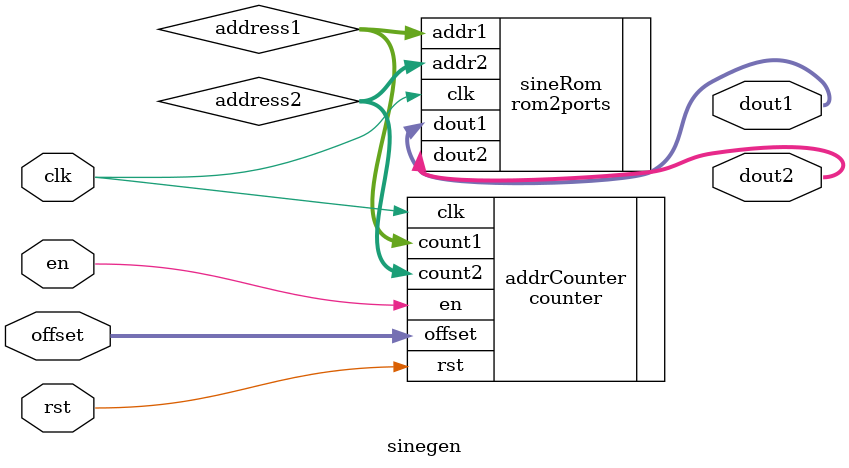
<source format=sv>

module sinegen #(
        parameter   A_WIDTH = 8,
                    D_WIDTH = 8
)(
    // interface signals (now the sinewave generator has two outputs cuz the rom now has two outputs)
    input  logic               clk,    // clock
    input  logic               rst,    // reset
    input  logic               en ,    // enable
    input  logic [D_WIDTH-1:0] offset, // called offset instead of incr cuz makes more sense in this context
    output logic [D_WIDTH-1:0] dout1,  // output data 1
    output logic [D_WIDTH-1:0] dout2   // output data 2
);

    logic   [A_WIDTH-1:0]      address1;    // interconnect wire
    logic   [A_WIDTH-1:0]      address2;    // interconnect wire

counter addrCounter (
    .clk (clk),  // sending clk signal to the input clk of counter
    .rst (rst),  // sending rst signal to the input rst of counter
    .en (en),
    .offset (offset),
    .count1 (address1), // assigning count1 to be address1 (address1 = count1)
    .count2 (address2)  // assigning count2 to be address2 (address2 = count2)
);

rom2ports sineRom (
    .clk (clk),
    .addr1 (address1), // sending address1 signal to input addr1 of rom2ports
    .addr2 (address2), // sending address2 signal to input addr2 of rom2ports
    .dout1 (dout1),
    .dout2 (dout2)
);

endmodule

</source>
